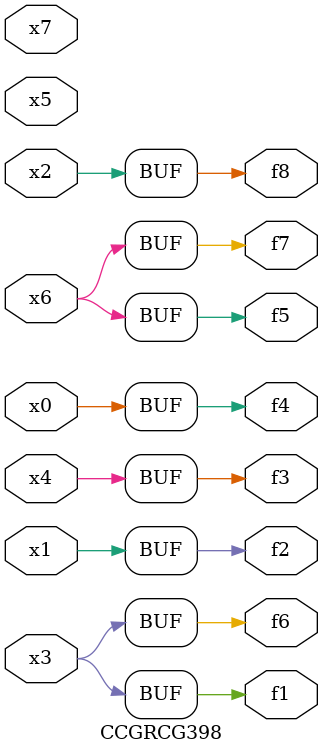
<source format=v>
module CCGRCG398(
	input x0, x1, x2, x3, x4, x5, x6, x7,
	output f1, f2, f3, f4, f5, f6, f7, f8
);
	assign f1 = x3;
	assign f2 = x1;
	assign f3 = x4;
	assign f4 = x0;
	assign f5 = x6;
	assign f6 = x3;
	assign f7 = x6;
	assign f8 = x2;
endmodule

</source>
